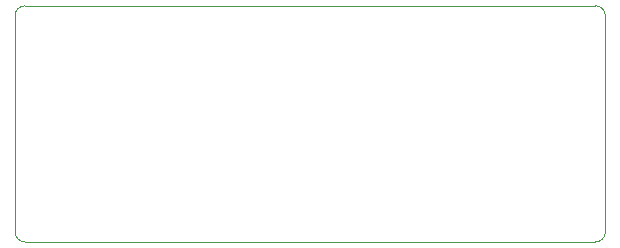
<source format=gbr>
%TF.GenerationSoftware,Altium Limited,Altium Designer,23.11.1 (41)*%
G04 Layer_Color=0*
%FSLAX26Y26*%
%MOIN*%
%TF.SameCoordinates,9526E2AF-B100-4743-A6B5-6A4C7E8B4C09*%
%TF.FilePolarity,Positive*%
%TF.FileFunction,Profile,NP*%
%TF.Part,Single*%
G01*
G75*
%TA.AperFunction,Profile*%
%ADD67C,0.001000*%
D67*
X33867Y0D02*
G02*
X0Y33867I0J33867D01*
G01*
Y753533D01*
D02*
G02*
X33867Y787400I33867J0D01*
G01*
X1934633D01*
D02*
G02*
X1968500Y753533I0J-33867D01*
G01*
Y33867D01*
D02*
G02*
X1934633Y0I-33867J0D01*
G01*
X33867D01*
%TF.MD5,8d014b1b22cee500538a3b9f4b3fdbd1*%
M02*

</source>
